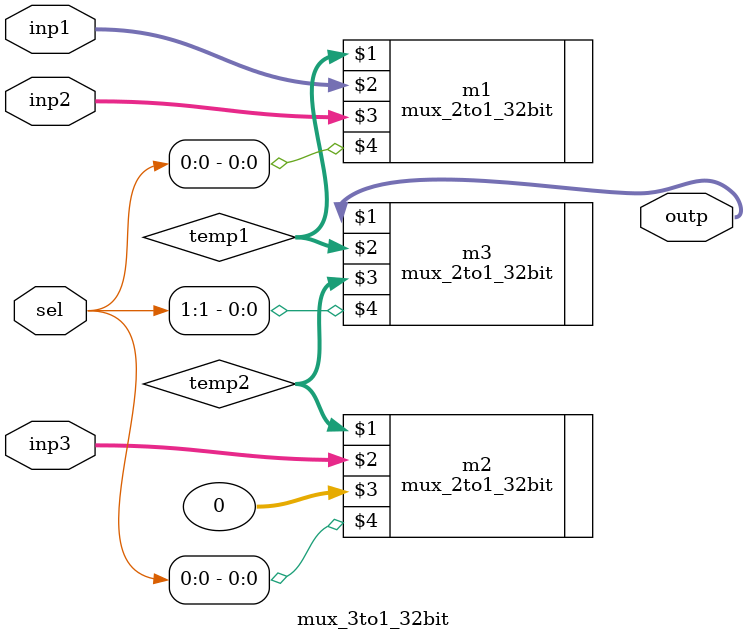
<source format=v>
`include "mux_2to1_32bit.v"             //mux_2to1_32bit( outp, inp1, inp2, sel );
module mux_3to1_32bit( outp, inp1, inp2, inp3, sel );
    
    input [31:0] inp1,inp2,inp3;
    output [31:0] outp;
    wire [31:0] temp1, temp2;
    input [1:0] sel;

    mux_2to1_32bit m1( temp1, inp1, inp2, sel[0] );
    mux_2to1_32bit m2( temp2, inp3, 32'b0, sel[0] );
    mux_2to1_32bit m3( outp, temp1, temp2, sel[1] );

endmodule
</source>
